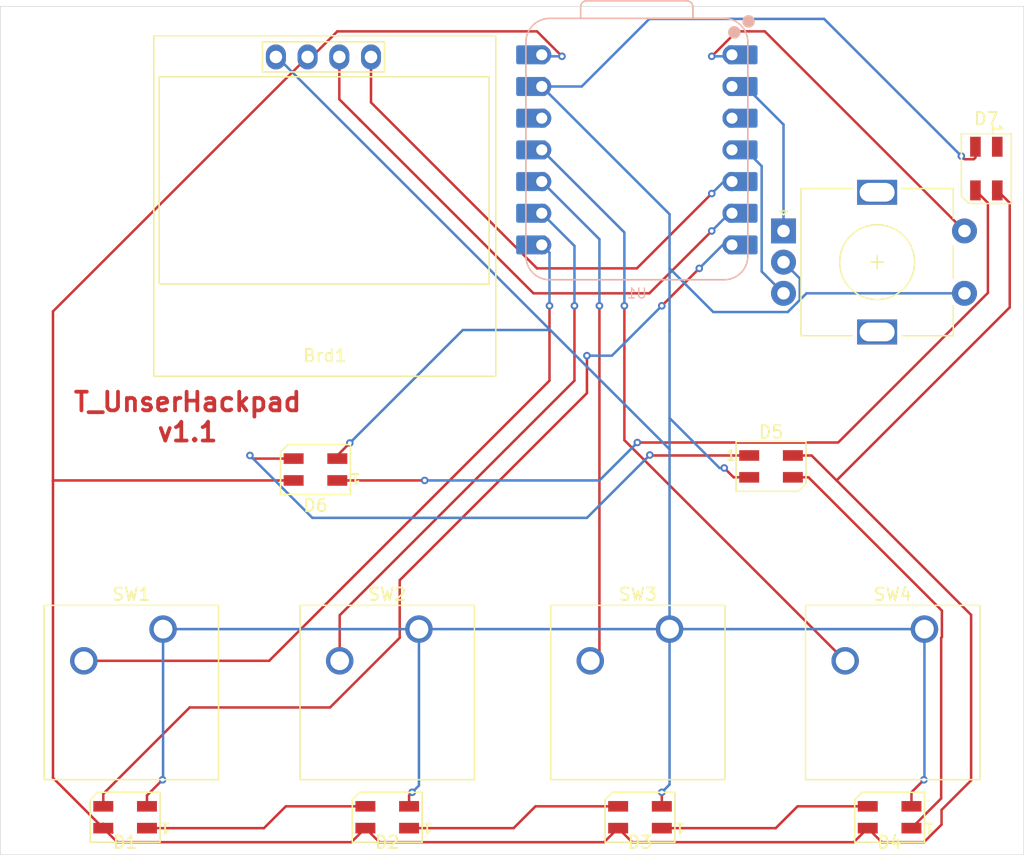
<source format=kicad_pcb>
(kicad_pcb (version 20240108) (generator "pcbnew") (generator_version "8.0")
  (layers (0 "F.Cu" signal) (31 "B.Cu" signal) (34 "B.Paste" user) (35 "F.Paste" user) (36 "B.SilkS" user "B.Silkscreen") (37 "F.SilkS" user "F.Silkscreen") (38 "B.Mask" user) (39 "F.Mask" user) (44 "Edge.Cuts" user))
  (net 0 "")
  (net 1 "+5V")
  (net 2 "GND")
  (net 3 "Net-(U1-GPIO1{slash}RX)")
  (net 4 "Net-(U1-GPIO2{slash}SCK)")
  (net 5 "Net-(U1-GPIO4{slash}MISO)")
  (net 6 "Net-(U1-GPIO3{slash}MOSI)")
  (net 7 "Net-(U1-GPIO26{slash}ADC0{slash}A0)")
  (net 9 "Net-(D1-DIN)")
  (net 10 "Net-(U1-GPIO27{slash}ADC1{slash}A1)")
  (net 11 "Net-(Brd1-SCL)")
  (net 12 "Net-(Brd1-SDA)")
  (net 13 "Net-(U1-GPIO29{slash}ADC3{slash}A3)")
  (net 15 "Net-(D1-DOUT)")
  (net 16 "Net-(D2-DOUT)")
  (net 17 "Net-(D3-DOUT)")
  (net 18 "Net-(D4-DOUT)")
  (net 19 "Net-(D5-DOUT)")
  (net 20 "Net-(D6-DOUT)")
  (footprint "0.96_OLED_Display:128x64OLED" (layer "F.Cu") (at 160.7 61.65)
    (property "Reference" "Brd1" (at 0.3 13.35 0) (layer "F.SilkS"))
    (property "Value" "SSD1306")
    (fp_line (start -13.4 -12.3) (end 14 -12.3) (stroke (width 0.12)) (layer "F.SilkS"))
    (fp_line (start -13.4 15) (end -13.4 -12.3) (stroke (width 0.12)) (layer "F.SilkS"))
    (fp_line (start -12.978 -9.005) (end 10.122 -9.005) (stroke (width 0.12)) (layer "F.SilkS"))
    (fp_line (start -12.978 7.595) (end -12.978 -9.005) (stroke (width 0.12)) (layer "F.SilkS"))
    (fp_line (start -4.699 -11.811) (end -4.699 -9.398) (stroke (width 0.12)) (layer "F.SilkS"))
    (fp_line (start -4.699 -11.811) (end 5.08 -11.811) (stroke (width 0.12)) (layer "F.SilkS"))
    (fp_line (start 5.08 -11.811) (end 5.08 -9.398) (stroke (width 0.12)) (layer "F.SilkS"))
    (fp_line (start 5.08 -9.398) (end -4.699 -9.398) (stroke (width 0.12)) (layer "F.SilkS"))
    (fp_line (start 10.122 -9.005) (end 13.208 -9.005) (stroke (width 0.12)) (layer "F.SilkS"))
    (fp_line (start 10.122 7.595) (end -12.978 7.595) (stroke (width 0.12)) (layer "F.SilkS"))
    (fp_line (start 10.122 7.595) (end 13.462 7.62) (stroke (width 0.12)) (layer "F.SilkS"))
    (fp_line (start 13.462 -9.017) (end 13.208 -9.005) (stroke (width 0.12)) (layer "F.SilkS"))
    (fp_line (start 13.462 7.62) (end 13.462 -9.017) (stroke (width 0.12)) (layer "F.SilkS"))
    (fp_line (start 14 -12.3) (end 14 15) (stroke (width 0.12)) (layer "F.SilkS"))
    (fp_line (start 14 15) (end -13.4 15) (stroke (width 0.12)) (layer "F.SilkS"))
    (pad "1" thru_hole oval (at -3.62 -10.6 90) (size 2 1.6) (drill 1) (layers "*.Cu" "*.Mask") (net 2 "GND"))
    (pad "2" thru_hole oval (at -1.08 -10.6 90) (size 2 1.6) (drill 1) (layers "*.Cu" "*.Mask") (net 1 "+5V"))
    (pad "3" thru_hole oval (at 1.46 -10.6 90) (size 2 1.6) (drill 1) (layers "*.Cu" "*.Mask") (net 11 "Net-(Brd1-SCL)"))
    (pad "4" thru_hole oval (at 4 -10.6 90) (size 2 1.6) (drill 1) (layers "*.Cu" "*.Mask") (net 12 "Net-(Brd1-SDA)"))
  )
  (footprint "MountingHole:MountingHole_2.1mm" (layer "F.Cu") (at 139 112)
    (property "Reference" "REF**" (hide yes))
    (property "Value" "2.1mm" (hide yes))
    (pad "" np_thru_hole circle (at 0 0) (size 2.1 2.1) (drill 2.1) (layers "*.Cu" "*.Mask"))
  )
  (footprint "LED_SMD:LED_SK6812MINI_PLCC4_3.5x3.5mm_P1.75mm" (layer "F.Cu") (at 166 112 180)
    (property "Reference" "D2" (at 0 -2 360) (layer "F.SilkS"))
    (property "Value" "SK6812MINI")
    (fp_line (start 2.8 1.4) (end 2.8 -2) (stroke (width 0.12)) (layer "F.SilkS"))
    (fp_line (start 2.8 1.4) (end 2.2 2) (stroke (width 0.12)) (layer "F.SilkS"))
    (fp_line (start -2.8 2) (end 2.2 2) (stroke (width 0.12)) (layer "F.SilkS"))
    (fp_line (start -2.8 -2) (end 2.8 -2) (stroke (width 0.12)) (layer "F.SilkS"))
    (fp_line (start -2.8 -2) (end -2.8 2) (stroke (width 0.12)) (layer "F.SilkS"))
    (fp_text user "1" (at -3.2 -0.875 180) (layer "F.SilkS") (effects (font (size 0.8 0.8))))
    (pad "1" smd rect (at -1.75 -0.875 180) (size 1.6 0.85) (layers "F.Cu" "F.Paste" "F.Mask") (net 16 "Net-(D2-DOUT)"))
    (pad "2" smd rect (at -1.75 0.875 180) (size 1.6 0.85) (layers "F.Cu" "F.Paste" "F.Mask") (net 2 "GND"))
    (pad "3" smd rect (at 1.75 0.875 180) (size 1.6 0.85) (layers "F.Cu" "F.Paste" "F.Mask") (net 15 "Net-(D1-DOUT)"))
    (pad "4" smd rect (at 1.75 -0.875 180) (size 1.6 0.85) (layers "F.Cu" "F.Paste" "F.Mask") (net 1 "+5V"))
  )
  (footprint "LED_SMD:LED_SK6812MINI_PLCC4_3.5x3.5mm_P1.75mm" (layer "F.Cu") (at 145 112 180)
    (property "Reference" "D1" (at 0 -2 360) (layer "F.SilkS"))
    (property "Value" "SK6812MINI")
    (fp_line (start 2.8 1.4) (end 2.8 -2) (stroke (width 0.12)) (layer "F.SilkS"))
    (fp_line (start 2.8 1.4) (end 2.2 2) (stroke (width 0.12)) (layer "F.SilkS"))
    (fp_line (start -2.8 2) (end 2.2 2) (stroke (width 0.12)) (layer "F.SilkS"))
    (fp_line (start -2.8 -2) (end 2.8 -2) (stroke (width 0.12)) (layer "F.SilkS"))
    (fp_line (start -2.8 -2) (end -2.8 2) (stroke (width 0.12)) (layer "F.SilkS"))
    (fp_text user "1" (at -3.2 -0.875 180) (layer "F.SilkS") (effects (font (size 0.8 0.8))))
    (pad "1" smd rect (at -1.75 -0.875 180) (size 1.6 0.85) (layers "F.Cu" "F.Paste" "F.Mask") (net 15 "Net-(D1-DOUT)"))
    (pad "2" smd rect (at -1.75 0.875 180) (size 1.6 0.85) (layers "F.Cu" "F.Paste" "F.Mask") (net 2 "GND"))
    (pad "3" smd rect (at 1.75 0.875 180) (size 1.6 0.85) (layers "F.Cu" "F.Paste" "F.Mask") (net 9 "Net-(D1-DIN)"))
    (pad "4" smd rect (at 1.75 -0.875 180) (size 1.6 0.85) (layers "F.Cu" "F.Paste" "F.Mask") (net 1 "+5V"))
  )
  (footprint "LED_SMD:LED_SK6812MINI_PLCC4_3.5x3.5mm_P1.75mm" (layer "F.Cu") (at 214 60 -90)
    (property "Reference" "D7" (at -4 0 180) (layer "F.SilkS"))
    (property "Value" "SK6812MINI")
    (fp_line (start -2.8 2) (end 2.2 2) (stroke (width 0.12)) (layer "F.SilkS"))
    (fp_line (start 2.8 1.4) (end 2.2 2) (stroke (width 0.12)) (layer "F.SilkS"))
    (fp_line (start 2.8 1.4) (end 2.8 -2) (stroke (width 0.12)) (layer "F.SilkS"))
    (fp_line (start -2.8 -2) (end -2.8 2) (stroke (width 0.12)) (layer "F.SilkS"))
    (fp_line (start -2.8 -2) (end 2.8 -2) (stroke (width 0.12)) (layer "F.SilkS"))
    (fp_text user "1" (at -3.2 -0.875 -90) (layer "F.SilkS") (effects (font (size 0.8 0.8))))
    (pad "1" smd rect (at -1.75 -0.875 270) (size 1.6 0.85) (layers "F.Cu" "F.Paste" "F.Mask"))
    (pad "2" smd rect (at -1.75 0.875 270) (size 1.6 0.85) (layers "F.Cu" "F.Paste" "F.Mask") (net 2 "GND"))
    (pad "3" smd rect (at 1.75 0.875 270) (size 1.6 0.85) (layers "F.Cu" "F.Paste" "F.Mask") (net 20 "Net-(D6-DOUT)"))
    (pad "4" smd rect (at 1.75 -0.875 270) (size 1.6 0.85) (layers "F.Cu" "F.Paste" "F.Mask") (net 1 "+5V"))
  )
  (footprint "Button_Switch_Keyboard:SW_Cherry_MX_1.00u_PCB" (layer "F.Cu") (at 168.54 96.92)
    (property "Reference" "SW2" (at -2.54 -2.794 0) (layer "F.SilkS"))
    (property "Value" "SW_Push" (hide yes))
    (fp_line (start -9.525 -1.905) (end 4.445 -1.905) (stroke (width 0.12)) (layer "F.SilkS"))
    (fp_line (start -9.525 12.065) (end -9.525 -1.905) (stroke (width 0.12)) (layer "F.SilkS"))
    (fp_line (start 4.445 -1.905) (end 4.445 12.065) (stroke (width 0.12)) (layer "F.SilkS"))
    (fp_line (start 4.445 12.065) (end -9.525 12.065) (stroke (width 0.12)) (layer "F.SilkS"))
    (pad "" np_thru_hole circle (at -7.62 5.08) (size 1.7 1.7) (drill 1.7) (layers "*.Cu" "*.Mask"))
    (pad "" np_thru_hole circle (at -2.54 5.08) (size 4 4) (drill 4) (layers "*.Cu" "*.Mask"))
    (pad "" np_thru_hole circle (at 2.54 5.08) (size 1.7 1.7) (drill 1.7) (layers "*.Cu" "*.Mask"))
    (pad "1" thru_hole circle (at 0 0) (size 2.2 2.2) (drill 1.5) (layers "*.Cu" "*.Mask") (net 2 "GND"))
    (pad "2" thru_hole circle (at -6.35 2.54) (size 2.2 2.2) (drill 1.5) (layers "*.Cu" "*.Mask") (net 4 "Net-(U1-GPIO2{slash}SCK)"))
  )
  (footprint "Button_Switch_Keyboard:SW_Cherry_MX_1.00u_PCB" (layer "F.Cu") (at 209.04 96.92)
    (property "Reference" "SW4" (at -2.54 -2.794 0) (layer "F.SilkS"))
    (property "Value" "SW_Push")
    (fp_line (start -9.525 -1.905) (end 4.445 -1.905) (stroke (width 0.12)) (layer "F.SilkS"))
    (fp_line (start -9.525 12.065) (end -9.525 -1.905) (stroke (width 0.12)) (layer "F.SilkS"))
    (fp_line (start 4.445 -1.905) (end 4.445 12.065) (stroke (width 0.12)) (layer "F.SilkS"))
    (fp_line (start 4.445 12.065) (end -9.525 12.065) (stroke (width 0.12)) (layer "F.SilkS"))
    (pad "" np_thru_hole circle (at -7.62 5.08) (size 1.7 1.7) (drill 1.7) (layers "*.Cu" "*.Mask"))
    (pad "" np_thru_hole circle (at -2.54 5.08) (size 4 4) (drill 4) (layers "*.Cu" "*.Mask"))
    (pad "" np_thru_hole circle (at 2.54 5.08) (size 1.7 1.7) (drill 1.7) (layers "*.Cu" "*.Mask"))
    (pad "1" thru_hole circle (at 0 0) (size 2.2 2.2) (drill 1.5) (layers "*.Cu" "*.Mask") (net 2 "GND"))
    (pad "2" thru_hole circle (at -6.35 2.54) (size 2.2 2.2) (drill 1.5) (layers "*.Cu" "*.Mask") (net 6 "Net-(U1-GPIO3{slash}MOSI)"))
  )
  (footprint "LED_SMD:LED_SK6812MINI_PLCC4_3.5x3.5mm_P1.75mm" (layer "F.Cu") (at 196.75 83.875)
    (property "Reference" "D5" (at 0 -2.75 0) (layer "F.SilkS"))
    (property "Value" "SK6812MINI")
    (fp_line (start -2.8 -2) (end -2.8 2) (stroke (width 0.12)) (layer "F.SilkS"))
    (fp_line (start -2.8 -2) (end 2.8 -2) (stroke (width 0.12)) (layer "F.SilkS"))
    (fp_line (start -2.8 2) (end 2.2 2) (stroke (width 0.12)) (layer "F.SilkS"))
    (fp_line (start 2.8 1.4) (end 2.2 2) (stroke (width 0.12)) (layer "F.SilkS"))
    (fp_line (start 2.8 1.4) (end 2.8 -2) (stroke (width 0.12)) (layer "F.SilkS"))
    (fp_text user "1" (at -3.2 -0.875 0) (layer "F.SilkS") (effects (font (size 0.8 0.8))))
    (pad "1" smd rect (at -1.75 -0.875) (size 1.6 0.85) (layers "F.Cu" "F.Paste" "F.Mask") (net 19 "Net-(D5-DOUT)"))
    (pad "2" smd rect (at -1.75 0.875) (size 1.6 0.85) (layers "F.Cu" "F.Paste" "F.Mask") (net 2 "GND"))
    (pad "3" smd rect (at 1.75 0.875) (size 1.6 0.85) (layers "F.Cu" "F.Paste" "F.Mask") (net 18 "Net-(D4-DOUT)"))
    (pad "4" smd rect (at 1.75 -0.875) (size 1.6 0.85) (layers "F.Cu" "F.Paste" "F.Mask") (net 1 "+5V"))
  )
  (footprint "MountingHole:MountingHole_2.1mm" (layer "F.Cu") (at 213 51)
    (property "Reference" "REF**" (hide yes))
    (property "Value" "2.1mm")
    (pad "" np_thru_hole circle (at 0 0) (size 2.1 2.1) (drill 2.1) (layers "*.Cu" "*.Mask"))
  )
  (footprint "LED_SMD:LED_SK6812MINI_PLCC4_3.5x3.5mm_P1.75mm" (layer "F.Cu") (at 206.25 112 180)
    (property "Reference" "D4" (at 0 -2 360) (layer "F.SilkS"))
    (property "Value" "SK6812MINI")
    (fp_line (start 2.8 1.4) (end 2.8 -2) (stroke (width 0.12)) (layer "F.SilkS"))
    (fp_line (start 2.8 1.4) (end 2.2 2) (stroke (width 0.12)) (layer "F.SilkS"))
    (fp_line (start -2.8 2) (end 2.2 2) (stroke (width 0.12)) (layer "F.SilkS"))
    (fp_line (start -2.8 -2) (end 2.8 -2) (stroke (width 0.12)) (layer "F.SilkS"))
    (fp_line (start -2.8 -2) (end -2.8 2) (stroke (width 0.12)) (layer "F.SilkS"))
    (fp_text user "1" (at -3.2 -0.875 180) (layer "F.SilkS") (effects (font (size 0.8 0.8))))
    (pad "1" smd rect (at -1.75 -0.875 180) (size 1.6 0.85) (layers "F.Cu" "F.Paste" "F.Mask") (net 18 "Net-(D4-DOUT)"))
    (pad "2" smd rect (at -1.75 0.875 180) (size 1.6 0.85) (layers "F.Cu" "F.Paste" "F.Mask") (net 2 "GND"))
    (pad "3" smd rect (at 1.75 0.875 180) (size 1.6 0.85) (layers "F.Cu" "F.Paste" "F.Mask") (net 17 "Net-(D3-DOUT)"))
    (pad "4" smd rect (at 1.75 -0.875 180) (size 1.6 0.85) (layers "F.Cu" "F.Paste" "F.Mask") (net 1 "+5V"))
  )
  (footprint "Button_Switch_Keyboard:SW_Cherry_MX_1.00u_PCB" (layer "F.Cu") (at 188.62 96.92)
    (property "Reference" "SW3" (at -2.54 -2.794 0) (layer "F.SilkS"))
    (property "Value" "SW_Push")
    (fp_line (start -9.525 -1.905) (end 4.445 -1.905) (stroke (width 0.12)) (layer "F.SilkS"))
    (fp_line (start -9.525 12.065) (end -9.525 -1.905) (stroke (width 0.12)) (layer "F.SilkS"))
    (fp_line (start 4.445 -1.905) (end 4.445 12.065) (stroke (width 0.12)) (layer "F.SilkS"))
    (fp_line (start 4.445 12.065) (end -9.525 12.065) (stroke (width 0.12)) (layer "F.SilkS"))
    (pad "" np_thru_hole circle (at -7.62 5.08) (size 1.7 1.7) (drill 1.7) (layers "*.Cu" "*.Mask"))
    (pad "" np_thru_hole circle (at -2.54 5.08) (size 4 4) (drill 4) (layers "*.Cu" "*.Mask"))
    (pad "" np_thru_hole circle (at 2.54 5.08) (size 1.7 1.7) (drill 1.7) (layers "*.Cu" "*.Mask"))
    (pad "1" thru_hole circle (at 0 0) (size 2.2 2.2) (drill 1.5) (layers "*.Cu" "*.Mask") (net 2 "GND"))
    (pad "2" thru_hole circle (at -6.35 2.54) (size 2.2 2.2) (drill 1.5) (layers "*.Cu" "*.Mask") (net 5 "Net-(U1-GPIO4{slash}MISO)"))
  )
  (footprint "Rotary_Encoder:RotaryEncoder_Alps_EC11E-Switch_Vertical_H20mm" (layer "F.Cu") (at 197.75 65)
    (property "Reference" "SW5" (hide yes))
    (property "Value" "RotaryEncoder_Switch")
    (fp_line (start -0.3 -1.6) (end 0.3 -1.6) (stroke (width 0.12)) (layer "F.SilkS"))
    (fp_line (start 0 -1.3) (end -0.3 -1.6) (stroke (width 0.12)) (layer "F.SilkS"))
    (fp_line (start 0.3 -1.6) (end 0 -1.3) (stroke (width 0.12)) (layer "F.SilkS"))
    (fp_line (start 1.4 -3.4) (end 1.4 8.4) (stroke (width 0.12)) (layer "F.SilkS"))
    (fp_line (start 5.5 -3.4) (end 1.4 -3.4) (stroke (width 0.12)) (layer "F.SilkS"))
    (fp_line (start 5.5 8.4) (end 1.4 8.4) (stroke (width 0.12)) (layer "F.SilkS"))
    (fp_line (start 7 2.5) (end 8 2.5) (stroke (width 0.12)) (layer "F.SilkS"))
    (fp_line (start 7.5 2) (end 7.5 3) (stroke (width 0.12)) (layer "F.SilkS"))
    (fp_line (start 9.5 -3.4) (end 13.6 -3.4) (stroke (width 0.12)) (layer "F.SilkS"))
    (fp_line (start 13.6 -3.4) (end 13.6 -1) (stroke (width 0.12)) (layer "F.SilkS"))
    (fp_line (start 13.6 1.2) (end 13.6 3.8) (stroke (width 0.12)) (layer "F.SilkS"))
    (fp_line (start 13.6 6) (end 13.6 8.4) (stroke (width 0.12)) (layer "F.SilkS"))
    (fp_line (start 13.6 8.4) (end 9.5 8.4) (stroke (width 0.12)) (layer "F.SilkS"))
    (fp_circle (center 7.5 2.5) (end 10.5 2.5) (stroke (width 0.12)) (fill none) (layer "F.SilkS"))
    (pad "A" thru_hole rect (at 0 0) (size 2 2) (drill 1) (layers "*.Cu" "*.Mask") (net 10 "Net-(U1-GPIO27{slash}ADC1{slash}A1)"))
    (pad "B" thru_hole circle (at 0 5) (size 2 2) (drill 1) (layers "*.Cu" "*.Mask") (net 13 "Net-(U1-GPIO29{slash}ADC3{slash}A3)"))
    (pad "C" thru_hole circle (at 0 2.5) (size 2 2) (drill 1) (layers "*.Cu" "*.Mask") (net 2 "GND"))
    (pad "MP" thru_hole rect (at 7.5 -3.1) (size 3.2 2) (drill oval 2.8 1.5) (layers "*.Cu" "*.Mask"))
    (pad "MP" thru_hole rect (at 7.5 8.1) (size 3.2 2) (drill oval 2.8 1.5) (layers "*.Cu" "*.Mask"))
    (pad "S1" thru_hole circle (at 14.5 5) (size 2 2) (drill 1) (layers "*.Cu" "*.Mask") (net 2 "GND"))
    (pad "S2" thru_hole circle (at 14.5 0) (size 2 2) (drill 1) (layers "*.Cu" "*.Mask") (net 7 "Net-(U1-GPIO26{slash}ADC0{slash}A0)"))
  )
  (footprint "MountingHole:MountingHole_2.1mm" (layer "F.Cu") (at 139 51)
    (property "Reference" "REF**" (hide yes))
    (property "Value" "2.1mm")
    (pad "" np_thru_hole circle (at 0 0) (size 2.1 2.1) (drill 2.1) (layers "*.Cu" "*.Mask"))
  )
  (footprint "MountingHole:MountingHole_2.1mm" (layer "F.Cu") (at 213 112)
    (property "Reference" "REF**" (hide yes))
    (property "Value" "2.1mm" (hide yes))
    (pad "" np_thru_hole circle (at 0 0) (size 2.1 2.1) (drill 2.1) (layers "*.Cu" "*.Mask"))
  )
  (footprint "LED_SMD:LED_SK6812MINI_PLCC4_3.5x3.5mm_P1.75mm" (layer "F.Cu") (at 160.25 84.125 180)
    (property "Reference" "D6" (at 0 -2.875 360) (layer "F.SilkS"))
    (property "Value" "SK6812MINI")
    (fp_line (start 2.8 1.4) (end 2.8 -2) (stroke (width 0.12)) (layer "F.SilkS"))
    (fp_line (start 2.8 1.4) (end 2.2 2) (stroke (width 0.12)) (layer "F.SilkS"))
    (fp_line (start -2.8 2) (end 2.2 2) (stroke (width 0.12)) (layer "F.SilkS"))
    (fp_line (start -2.8 -2) (end 2.8 -2) (stroke (width 0.12)) (layer "F.SilkS"))
    (fp_line (start -2.8 -2) (end -2.8 2) (stroke (width 0.12)) (layer "F.SilkS"))
    (fp_text user "1" (at -3.2 -0.725 180) (layer "F.SilkS") (effects (font (size 0.8 0.8))))
    (pad "1" smd rect (at -1.75 -0.875 180) (size 1.6 0.85) (layers "F.Cu" "F.Paste" "F.Mask") (net 20 "Net-(D6-DOUT)"))
    (pad "2" smd rect (at -1.75 0.875 180) (size 1.6 0.85) (layers "F.Cu" "F.Paste" "F.Mask") (net 2 "GND"))
    (pad "3" smd rect (at 1.75 0.875 180) (size 1.6 0.85) (layers "F.Cu" "F.Paste" "F.Mask") (net 19 "Net-(D5-DOUT)"))
    (pad "4" smd rect (at 1.75 -0.875 180) (size 1.6 0.85) (layers "F.Cu" "F.Paste" "F.Mask") (net 1 "+5V"))
  )
  (footprint "LED_SMD:LED_SK6812MINI_PLCC4_3.5x3.5mm_P1.75mm" (layer "F.Cu") (at 186.25 112 180)
    (property "Reference" "D3" (at 0 -2 360) (layer "F.SilkS"))
    (property "Value" "SK6812MINI")
    (fp_line (start 2.8 1.4) (end 2.8 -2) (stroke (width 0.12)) (layer "F.SilkS"))
    (fp_line (start 2.8 1.4) (end 2.2 2) (stroke (width 0.12)) (layer "F.SilkS"))
    (fp_line (start -2.8 2) (end 2.2 2) (stroke (width 0.12)) (layer "F.SilkS"))
    (fp_line (start -2.8 -2) (end 2.8 -2) (stroke (width 0.12)) (layer "F.SilkS"))
    (fp_line (start -2.8 -2) (end -2.8 2) (stroke (width 0.12)) (layer "F.SilkS"))
    (fp_text user "1" (at -3.2 -0.875 180) (layer "F.SilkS") (effects (font (size 0.8 0.8))))
    (pad "1" smd rect (at -1.75 -0.875 180) (size 1.6 0.85) (layers "F.Cu" "F.Paste" "F.Mask") (net 17 "Net-(D3-DOUT)"))
    (pad "2" smd rect (at -1.75 0.875 180) (size 1.6 0.85) (layers "F.Cu" "F.Paste" "F.Mask") (net 2 "GND"))
    (pad "3" smd rect (at 1.75 0.875 180) (size 1.6 0.85) (layers "F.Cu" "F.Paste" "F.Mask") (net 16 "Net-(D2-DOUT)"))
    (pad "4" smd rect (at 1.75 -0.875 180) (size 1.6 0.85) (layers "F.Cu" "F.Paste" "F.Mask") (net 1 "+5V"))
  )
  (footprint "Button_Switch_Keyboard:SW_Cherry_MX_1.00u_PCB" (layer "F.Cu") (at 148.04 96.92)
    (property "Reference" "SW1" (at -2.54 -2.794 0) (layer "F.SilkS"))
    (property "Value" "SW_Push")
    (fp_line (start -9.525 -1.905) (end 4.445 -1.905) (stroke (width 0.12)) (layer "F.SilkS"))
    (fp_line (start -9.525 12.065) (end -9.525 -1.905) (stroke (width 0.12)) (layer "F.SilkS"))
    (fp_line (start 4.445 -1.905) (end 4.445 12.065) (stroke (width 0.12)) (layer "F.SilkS"))
    (fp_line (start 4.445 12.065) (end -9.525 12.065) (stroke (width 0.12)) (layer "F.SilkS"))
    (pad "" np_thru_hole circle (at -7.62 5.08) (size 1.7 1.7) (drill 1.7) (layers "*.Cu" "*.Mask"))
    (pad "" np_thru_hole circle (at -2.54 5.08) (size 4 4) (drill 4) (layers "*.Cu" "*.Mask"))
    (pad "" np_thru_hole circle (at 2.54 5.08) (size 1.7 1.7) (drill 1.7) (layers "*.Cu" "*.Mask"))
    (pad "1" thru_hole circle (at 0 0) (size 2.2 2.2) (drill 1.5) (layers "*.Cu" "*.Mask") (net 2 "GND"))
    (pad "2" thru_hole circle (at -6.35 2.54) (size 2.2 2.2) (drill 1.5) (layers "*.Cu" "*.Mask") (net 3 "Net-(U1-GPIO1{slash}RX)"))
  )
  (footprint "OPL:XIAO-RP2040-DIP" (layer "B.Cu") (at 186 58.5 180)
    (property "Reference" "U1" (at 0 -11.5 0) (layer "B.SilkS") (effects (font (size 0.8 0.8) (thickness 0.1016)) (justify mirror)))
    (property "Value" "XIAO-RP2040-DIP")
    (fp_line (start 8.89 8.636) (end 8.89 -8.509) (stroke (width 0.127)) (layer "B.SilkS"))
    (fp_line (start 6.985 -10.414) (end -6.985 -10.414) (stroke (width 0.127)) (layer "B.SilkS"))
    (fp_line (start 4.504 10.541) (end 4.504 11.451) (stroke (width 0.127)) (layer "B.SilkS"))
    (fp_line (start 4.004 11.951) (end -3.991272 11.951) (stroke (width 0.127)) (layer "B.SilkS"))
    (fp_line (start -4.491272 11.451272) (end -4.495 10.541) (stroke (width 0.127)) (layer "B.SilkS"))
    (fp_line (start -6.985 10.541) (end 6.985 10.541) (stroke (width 0.1)) (layer "B.SilkS"))
    (fp_line (start -6.985 10.541) (end 6.985 10.541) (stroke (width 0.127)) (layer "B.SilkS"))
    (fp_line (start -8.89 8.636) (end -8.89 -8.509) (stroke (width 0.127)) (layer "B.SilkS"))
    (fp_arc (start 8.89 8.636) (mid 8.332038 9.983038) (end 6.985 10.541) (stroke (width 0.127)) (layer "B.SilkS"))
    (fp_arc (start 6.985 -10.414) (mid 8.332038 -9.856038) (end 8.89 -8.509) (stroke (width 0.127)) (layer "B.SilkS"))
    (fp_arc (start 4.504 11.451) (mid 4.357553 11.804553) (end 4.004 11.951) (stroke (width 0.127)) (layer "B.SilkS"))
    (fp_arc (start -3.991272 11.951) (mid -4.344724 11.804644) (end -4.491272 11.451272) (stroke (width 0.127)) (layer "B.SilkS"))
    (fp_arc (start -6.985 10.541) (mid -8.332038 9.983038) (end -8.89 8.636) (stroke (width 0.127)) (layer "B.SilkS"))
    (fp_arc (start -8.89 -8.509) (mid -8.332038 -9.856038) (end -6.985 -10.414) (stroke (width 0.127)) (layer "B.SilkS"))
    (fp_circle (center -7.807 9.42) (end -7.807 9.674) (stroke (width 0.5)) (fill solid) (layer "B.SilkS"))
    (fp_circle (center -8.95 10.3) (end -8.95 10.554) (stroke (width 0.5)) (fill solid) (layer "B.SilkS"))
    (pad "1" smd roundrect (at -8.455 7.62) (size 2.432 1.524) (layers "B.Cu" "B.Mask") (roundrect_rratio 0.1) (net 7 "Net-(U1-GPIO26{slash}ADC0{slash}A0)"))
    (pad "1" thru_hole circle (at -7.62 7.62) (size 1.524 1.524) (drill 0.889) (layers "*.Cu" "*.Mask") (net 7 "Net-(U1-GPIO26{slash}ADC0{slash}A0)"))
    (pad "2" smd roundrect (at -8.455 5.08) (size 2.432 1.524) (layers "B.Cu" "B.Mask") (roundrect_rratio 0.1) (net 10 "Net-(U1-GPIO27{slash}ADC1{slash}A1)"))
    (pad "2" thru_hole circle (at -7.62 5.08) (size 1.524 1.524) (drill 0.889) (layers "*.Cu" "*.Mask") (net 10 "Net-(U1-GPIO27{slash}ADC1{slash}A1)"))
    (pad "3" smd roundrect (at -8.455 2.54) (size 2.432 1.524) (layers "B.Cu" "B.Mask") (roundrect_rratio 0.1))
    (pad "3" thru_hole circle (at -7.62 2.54) (size 1.524 1.524) (drill 0.889) (layers "*.Cu" "*.Mask"))
    (pad "4" smd roundrect (at -8.455 0) (size 2.432 1.524) (layers "B.Cu" "B.Mask") (roundrect_rratio 0.1) (net 13 "Net-(U1-GPIO29{slash}ADC3{slash}A3)"))
    (pad "4" thru_hole circle (at -7.62 0) (size 1.524 1.524) (drill 0.889) (layers "*.Cu" "*.Mask") (net 13 "Net-(U1-GPIO29{slash}ADC3{slash}A3)"))
    (pad "5" smd roundrect (at -8.455 -2.54) (size 2.432 1.524) (layers "B.Cu" "B.Mask") (roundrect_rratio 0.1) (net 12 "Net-(Brd1-SDA)"))
    (pad "5" thru_hole circle (at -7.62 -2.54) (size 1.524 1.524) (drill 0.889) (layers "*.Cu" "*.Mask") (net 12 "Net-(Brd1-SDA)"))
    (pad "6" smd roundrect (at -8.455 -5.08) (size 2.432 1.524) (layers "B.Cu" "B.Mask") (roundrect_rratio 0.1) (net 11 "Net-(Brd1-SCL)"))
    (pad "6" thru_hole circle (at -7.62 -5.08) (size 1.524 1.524) (drill 0.889) (layers "*.Cu" "*.Mask") (net 11 "Net-(Brd1-SCL)"))
    (pad "7" smd roundrect (at -8.455 -7.62) (size 2.432 1.524) (layers "B.Cu" "B.Mask") (roundrect_rratio 0.1) (net 9 "Net-(D1-DIN)"))
    (pad "7" thru_hole circle (at -7.62 -7.62) (size 1.524 1.524) (drill 0.889) (layers "*.Cu" "*.Mask") (net 9 "Net-(D1-DIN)"))
    (pad "8" thru_hole circle (at 7.62 -7.62 180) (size 1.524 1.524) (drill 0.889) (layers "*.Cu" "*.Mask") (net 3 "Net-(U1-GPIO1{slash}RX)"))
    (pad "8" smd roundrect (at 8.455 -7.62 180) (size 2.432 1.524) (layers "B.Cu" "B.Mask") (roundrect_rratio 0.1) (net 3 "Net-(U1-GPIO1{slash}RX)"))
    (pad "9" thru_hole circle (at 7.62 -5.08 180) (size 1.524 1.524) (drill 0.889) (layers "*.Cu" "*.Mask") (net 4 "Net-(U1-GPIO2{slash}SCK)"))
    (pad "9" smd roundrect (at 8.455 -5.08 180) (size 2.432 1.524) (layers "B.Cu" "B.Mask") (roundrect_rratio 0.1) (net 4 "Net-(U1-GPIO2{slash}SCK)"))
    (pad "10" thru_hole circle (at 7.62 -2.54 180) (size 1.524 1.524) (drill 0.889) (layers "*.Cu" "*.Mask") (net 5 "Net-(U1-GPIO4{slash}MISO)"))
    (pad "10" smd roundrect (at 8.455 -2.54 180) (size 2.432 1.524) (layers "B.Cu" "B.Mask") (roundrect_rratio 0.1) (net 5 "Net-(U1-GPIO4{slash}MISO)"))
    (pad "11" thru_hole circle (at 7.62 0 180) (size 1.524 1.524) (drill 0.889) (layers "*.Cu" "*.Mask") (net 6 "Net-(U1-GPIO3{slash}MOSI)"))
    (pad "11" smd roundrect (at 8.455 0 180) (size 2.432 1.524) (layers "B.Cu" "B.Mask") (roundrect_rratio 0.1) (net 6 "Net-(U1-GPIO3{slash}MOSI)"))
    (pad "12" thru_hole circle (at 7.62 2.54 180) (size 1.524 1.524) (drill 0.889) (layers "*.Cu" "*.Mask"))
    (pad "12" smd roundrect (at 8.455 2.54 180) (size 2.432 1.524) (layers "B.Cu" "B.Mask") (roundrect_rratio 0.1))
    (pad "13" thru_hole circle (at 7.62 5.08 180) (size 1.524 1.524) (drill 0.889) (layers "*.Cu" "*.Mask") (net 2 "GND"))
    (pad "13" smd roundrect (at 8.455 5.08 180) (size 2.432 1.524) (layers "B.Cu" "B.Mask") (roundrect_rratio 0.1) (net 2 "GND"))
    (pad "14" thru_hole circle (at 7.62 7.62 180) (size 1.524 1.524) (drill 0.889) (layers "*.Cu" "*.Mask") (net 1 "+5V"))
    (pad "14" smd roundrect (at 8.455 7.62 180) (size 2.432 1.524) (layers "B.Cu" "B.Mask") (roundrect_rratio 0.1) (net 1 "+5V"))
  )
  (gr_line (start 135 115) (end 135 47) (stroke (width 0.05)) (layer "Edge.Cuts"))
  (gr_line (start 217 47) (end 217 115) (stroke (width 0.05)) (layer "Edge.Cuts"))
  (gr_line (start 135 47) (end 217 47) (stroke (width 0.05)) (layer "Edge.Cuts"))
  (gr_line (start 217 115) (end 135 115) (stroke (width 0.05)) (layer "Edge.Cuts"))
  (gr_text "T_UnserHackpad\nv1.1\n" (at 150 82 0) (layer "F.Cu") (effects (font (size 1.5 1.5) (thickness 0.3) (bold yes)) (justify bottom)))
  (segment (start 215.875 62.75) (end 214.875 61.75) (width 0.2) (layer "F.Cu") (net 1))
  (segment (start 139.22 108.845) (end 143.25 112.875) (width 0.2) (layer "F.Cu") (net 1))
  (segment (start 204.5 112.875) (end 205.625 114) (width 0.2) (layer "F.Cu") (net 1))
  (segment (start 159.95 51.05) (end 162 49) (width 0.2) (layer "F.Cu") (net 1))
  (segment (start 210.4125 112.5875) (end 210.4125 111.4125) (width 0.2) (layer "F.Cu") (net 1))
  (segment (start 143.25 112.5125) (end 143.975 113.2375) (width 0.2) (layer "F.Cu") (net 1))
  (segment (start 203.375 114) (end 204.5 112.875) (width 0.2) (layer "F.Cu") (net 1))
  (segment (start 200 83) (end 198.5 83) (width 0.2) (layer "F.Cu") (net 1))
  (segment (start 144.375 114) (end 163.125 114) (width 0.2) (layer "F.Cu") (net 1))
  (segment (start 210.4125 111.4125) (end 212.78 109.045) (width 0.2) (layer "F.Cu") (net 1))
  (segment (start 158.5 85) (end 139.22 85) (width 0.2) (layer "F.Cu") (net 1))
  (segment (start 183.375 114) (end 165.375 114) (width 0.2) (layer "F.Cu") (net 1))
  (segment (start 202 85) (end 215.875 71.125) (width 0.2) (layer "F.Cu") (net 1))
  (segment (start 162 49) (end 178 49) (width 0.2) (layer "F.Cu") (net 1))
  (segment (start 215.875 71.125) (end 215.875 62.75) (width 0.2) (layer "F.Cu") (net 1))
  (segment (start 185.625 114) (end 203.375 114) (width 0.2) (layer "F.Cu") (net 1))
  (segment (start 178 49) (end 180 51) (width 0.2) (layer "F.Cu") (net 1))
  (segment (start 202 85) (end 200 83) (width 0.2) (layer "F.Cu") (net 1))
  (segment (start 209 114) (end 210.4125 112.5875) (width 0.2) (layer "F.Cu") (net 1))
  (segment (start 212.78 95.78) (end 202 85) (width 0.2) (layer "F.Cu") (net 1))
  (segment (start 165.375 114) (end 164.25 112.875) (width 0.2) (layer "F.Cu") (net 1))
  (segment (start 184.5 112.875) (end 185.625 114) (width 0.2) (layer "F.Cu") (net 1))
  (segment (start 139.22 85) (end 139.22 71.45) (width 0.2) (layer "F.Cu") (net 1))
  (segment (start 205.625 114) (end 209 114) (width 0.2) (layer "F.Cu") (net 1))
  (segment (start 143.25 112.875) (end 144.375 114) (width 0.2) (layer "F.Cu") (net 1))
  (segment (start 139.22 71.45) (end 159.62 51.05) (width 0.2) (layer "F.Cu") (net 1))
  (segment (start 159.62 51.05) (end 159.95 51.05) (width 0.2) (layer "F.Cu") (net 1))
  (segment (start 139.22 85) (end 139.22 108.845) (width 0.2) (layer "F.Cu") (net 1))
  (segment (start 184.5 112.875) (end 183.375 114) (width 0.2) (layer "F.Cu") (net 1))
  (segment (start 163.125 114) (end 164.25 112.875) (width 0.2) (layer "F.Cu") (net 1))
  (segment (start 212.78 109.045) (end 212.78 95.78) (width 0.2) (layer "F.Cu") (net 1))
  (via (at 180 51) (size 0.6) (drill 0.3) (layers "F.Cu" "B.Cu") (net 1))
  (segment (start 178.5 51) (end 178.38 50.88) (width 0.2) (layer "B.Cu") (net 1))
  (segment (start 180 51) (end 178.5 51) (width 0.2) (layer "B.Cu") (net 1))
  (segment (start 148 109) (end 146.75 110.25) (width 0.2) (layer "F.Cu") (net 2))
  (segment (start 213 59.25) (end 212.25 59.25) (width 0.2) (layer "F.Cu") (net 2))
  (segment (start 193.75 84.75) (end 193 84) (width 0.2) (layer "F.Cu") (net 2))
  (segment (start 195 84.75) (end 193.75 84.75) (width 0.2) (layer "F.Cu") (net 2))
  (segment (start 188 111.125) (end 188 110) (width 0.2) (layer "F.Cu") (net 2))
  (segment (start 167.75 111.125) (end 167.75 110.25) (width 0.2) (layer "F.Cu") (net 2))
  (segment (start 208 111.125) (end 208 110) (width 0.2) (layer "F.Cu") (net 2))
  (segment (start 167.75 110.25) (end 168 110) (width 0.2) (layer "F.Cu") (net 2))
  (segment (start 208 110) (end 209 109) (width 0.2) (layer "F.Cu") (net 2))
  (segment (start 213.125 58.25) (end 213.125 59.125) (width 0.2) (layer "F.Cu") (net 2))
  (segment (start 162 83.25) (end 162 83) (width 0.2) (layer "F.Cu") (net 2))
  (segment (start 146.75 110.25) (end 146.75 111.125) (width 0.2) (layer "F.Cu") (net 2))
  (segment (start 213.125 59.125) (end 213 59.25) (width 0.2) (layer "F.Cu") (net 2))
  (segment (start 162 83) (end 163 82) (width 0.2) (layer "F.Cu") (net 2))
  (segment (start 212.25 59.25) (end 212 59) (width 0.2) (layer "F.Cu") (net 2))
  (via (at 212 59) (size 0.6) (drill 0.3) (layers "F.Cu" "B.Cu") (net 2))
  (via (at 188 110) (size 0.6) (drill 0.3) (layers "F.Cu" "B.Cu") (net 2))
  (via (at 148 109) (size 0.6) (drill 0.3) (layers "F.Cu" "B.Cu") (net 2))
  (via (at 209 109) (size 0.6) (drill 0.3) (layers "F.Cu" "B.Cu") (net 2))
  (via (at 163 82) (size 0.6) (drill 0.3) (layers "F.Cu" "B.Cu") (net 2))
  (via (at 193 84) (size 0.6) (drill 0.3) (layers "F.Cu" "B.Cu") (net 2))
  (via (at 168 110) (size 0.6) (drill 0.3) (layers "F.Cu" "B.Cu") (net 2))
  (segment (start 188.62 82.5) (end 188.62 80) (width 0.2) (layer "B.Cu") (net 2))
  (segment (start 163 82) (end 172.06 72.94) (width 0.2) (layer "B.Cu") (net 2))
  (segment (start 192.12 71.5) (end 188.62 68) (width 0.2) (layer "B.Cu") (net 2))
  (segment (start 157.17 51.05) (end 179.06 72.94) (width 0.2) (layer "B.Cu") (net 2))
  (segment (start 188 110) (end 188.62 109.38) (width 0.2) (layer "B.Cu") (net 2))
  (segment (start 212 59) (end 201 48) (width 0.2) (layer "B.Cu") (net 2))
  (segment (start 188.62 73) (end 188.62 68) (width 0.2) (layer "B.Cu") (net 2))
  (segment (start 197.75 67.5) (end 199.05 68.8) (width 0.2) (layer "B.Cu") (net 2))
  (segment (start 168 110) (end 168.54 109.46) (width 0.2) (layer "B.Cu") (net 2))
  (segment (start 199.05 70.538478) (end 198.088478 71.5) (width 0.2) (layer "B.Cu") (net 2))
  (segment (start 148.04 96.92) (end 168.54 96.92) (width 0.2) (layer "B.Cu") (net 2))
  (segment (start 157.08 51.05) (end 157.17 51.05) (width 0.2) (layer "B.Cu") (net 2))
  (segment (start 212.25 70) (end 199.588478 70) (width 0.2) (layer "B.Cu") (net 2))
  (segment (start 209.04 108.96) (end 209.04 96.92) (width 0.2) (layer "B.Cu") (net 2))
  (segment (start 199.05 68.8) (end 199.05 70.538478) (width 0.2) (layer "B.Cu") (net 2))
  (segment (start 209 109) (end 209.04 108.96) (width 0.2) (layer "B.Cu") (net 2))
  (segment (start 188.62 96.92) (end 209.04 96.92) (width 0.2) (layer "B.Cu") (net 2))
  (segment (start 181.58 53.42) (end 178.38 53.42) (width 0.2) (layer "B.Cu") (net 2))
  (segment (start 188.62 109.38) (end 188.62 96.92) (width 0.2) (layer "B.Cu") (net 2))
  (segment (start 148 109) (end 148.04 108.96) (width 0.2) (layer "B.Cu") (net 2))
  (segment (start 199.588478 70) (end 199.05 70.538478) (width 0.2) (layer "B.Cu") (net 2))
  (segment (start 192.62 84) (end 188.62 80) (width 0.2) (layer "B.Cu") (net 2))
  (segment (start 168.54 109.46) (end 168.54 96.92) (width 0.2) (layer "B.Cu") (net 2))
  (segment (start 188.62 63.66) (end 178.38 53.42) (width 0.2) (layer "B.Cu") (net 2))
  (segment (start 198.088478 71.5) (end 192.12 71.5) (width 0.2) (layer "B.Cu") (net 2))
  (segment (start 193 84) (end 192.62 84) (width 0.2) (layer "B.Cu") (net 2))
  (segment (start 188.62 68) (end 188.62 63.66) (width 0.2) (layer "B.Cu") (net 2))
  (segment (start 187 48) (end 181.58 53.42) (width 0.2) (layer "B.Cu") (net 2))
  (segment (start 188.62 96.92) (end 188.62 82.5) (width 0.2) (layer "B.Cu") (net 2))
  (segment (start 172.06 72.94) (end 179.06 72.94) (width 0.2) (layer "B.Cu") (net 2))
  (segment (start 188.62 80) (end 188.62 73) (width 0.2) (layer "B.Cu") (net 2))
  (segment (start 201 48) (end 187 48) (width 0.2) (layer "B.Cu") (net 2))
  (segment (start 148.04 108.96) (end 148.04 96.92) (width 0.2) (layer "B.Cu") (net 2))
  (segment (start 168.54 96.92) (end 188.62 96.92) (width 0.2) (layer "B.Cu") (net 2))
  (segment (start 179.06 72.94) (end 188.62 82.5) (width 0.2) (layer "B.Cu") (net 2))
  (segment (start 141.69 99.46) (end 156.54 99.46) (width 0.2) (layer "F.Cu") (net 3))
  (segment (start 156.54 99.46) (end 179 77) (width 0.2) (layer "F.Cu") (net 3))
  (segment (start 179 77) (end 179 71) (width 0.2) (layer "F.Cu") (net 3))
  (via (at 179 71) (size 0.6) (drill 0.3) (layers "F.Cu" "B.Cu") (net 3))
  (segment (start 179 66.74) (end 178.38 66.12) (width 0.2) (layer "B.Cu") (net 3))
  (segment (start 179 71) (end 179 66.74) (width 0.2) (layer "B.Cu") (net 3))
  (segment (start 181 77) (end 181 71) (width 0.2) (layer "F.Cu") (net 4))
  (segment (start 162.19 95.81) (end 181 77) (width 0.2) (layer "F.Cu") (net 4))
  (segment (start 162.19 99.46) (end 162.19 95.81) (width 0.2) (layer "F.Cu") (net 4))
  (via (at 181 71) (size 0.6) (drill 0.3) (layers "F.Cu" "B.Cu") (net 4))
  (segment (start 181 66.2) (end 178.38 63.58) (width 0.2) (layer "B.Cu") (net 4))
  (segment (start 181 71) (end 181 66.2) (width 0.2) (layer "B.Cu") (net 4))
  (segment (start 182.27 99.46) (end 182.27 99.73) (width 0.2) (layer "F.Cu") (net 5))
  (segment (start 182.27 99.46) (end 182.73 99) (width 0.2) (layer "F.Cu") (net 5))
  (segment (start 182.73 99) (end 183 99) (width 0.2) (layer "F.Cu") (net 5))
  (segment (start 183 99) (end 183 71) (width 0.2) (layer "F.Cu") (net 5))
  (segment (start 182.27 99.73) (end 182 100) (width 0.2) (layer "F.Cu") (net 5))
  (via (at 183 71) (size 0.6) (drill 0.3) (layers "F.Cu" "B.Cu") (net 5))
  (segment (start 183 71) (end 183 65.66) (width 0.2) (layer "B.Cu") (net 5))
  (segment (start 183 65.66) (end 178.38 61.04) (width 0.2) (layer "B.Cu") (net 5))
  (segment (start 202.69 99.46) (end 185 81.77) (width 0.2) (layer "F.Cu") (net 6))
  (segment (start 185 81.77) (end 185 71) (width 0.2) (layer "F.Cu") (net 6))
  (via (at 185 71) (size 0.6) (drill 0.3) (layers "F.Cu" "B.Cu") (net 6))
  (segment (start 185 65.12) (end 178.38 58.5) (width 0.2) (layer "B.Cu") (net 6))
  (segment (start 185 71) (end 185 65.12) (width 0.2) (layer "B.Cu") (net 6))
  (segment (start 194 49) (end 192 51) (width 0.2) (layer "F.Cu") (net 7))
  (segment (start 195 49) (end 194 49) (width 0.2) (layer "F.Cu") (net 7))
  (segment (start 212.25 65) (end 196.25 49) (width 0.2) (layer "F.Cu") (net 7))
  (segment (start 196.25 49) (end 195 49) (width 0.2) (layer "F.Cu") (net 7))
  (via (at 192 51) (size 0.6) (drill 0.3) (layers "F.Cu" "B.Cu") (net 7))
  (segment (start 193.5 51) (end 193.62 50.88) (width 0.2) (layer "B.Cu") (net 7))
  (segment (start 192 51) (end 193.5 51) (width 0.2) (layer "B.Cu") (net 7))
  (segment (start 143.25 110.125) (end 143.25 111.125) (width 0.2) (layer "F.Cu") (net 9))
  (segment (start 167 97.617056) (end 167 93) (width 0.2) (layer "F.Cu") (net 9))
  (segment (start 161.417056 103.2) (end 167 97.617056) (width 0.2) (layer "F.Cu") (net 9))
  (segment (start 188 71) (end 191 68) (width 0.2) (layer "F.Cu") (net 9))
  (segment (start 192.88 66.12) (end 193.62 66.12) (width 0.2) (layer "F.Cu") (net 9))
  (segment (start 143.25 110.125) (end 150.175 103.2) (width 0.2) (layer "F.Cu") (net 9))
  (segment (start 150.175 103.2) (end 161.417056 103.2) (width 0.2) (layer "F.Cu") (net 9))
  (segment (start 182 78) (end 182 75) (width 0.2) (layer "F.Cu") (net 9))
  (segment (start 167 93) (end 182 78) (width 0.2) (layer "F.Cu") (net 9))
  (via (at 191 68) (size 0.6) (drill 0.3) (layers "F.Cu" "B.Cu") (net 9))
  (via (at 188 71) (size 0.6) (drill 0.3) (layers "F.Cu" "B.Cu") (net 9))
  (via (at 182 75) (size 0.6) (drill 0.3) (layers "F.Cu" "B.Cu") (net 9))
  (segment (start 182 75) (end 184 75) (width 0.2) (layer "B.Cu") (net 9))
  (segment (start 184 75) (end 188 71) (width 0.2) (layer "B.Cu") (net 9))
  (segment (start 191 68) (end 192.88 66.12) (width 0.2) (layer "B.Cu") (net 9))
  (segment (start 192.88 66.12) (end 193.62 66.12) (width 0.2) (layer "B.Cu") (net 9))
  (segment (start 194.455 53.42) (end 193.62 53.42) (width 0.2) (layer "B.Cu") (net 10))
  (segment (start 197.75 65) (end 198.4 64.35) (width 0.2) (layer "B.Cu") (net 10))
  (segment (start 197.75 65) (end 197.75 56.47237) (width 0.2) (layer "B.Cu") (net 10))
  (segment (start 197.75 56.47237) (end 194.69763 53.42) (width 0.2) (layer "B.Cu") (net 10))
  (segment (start 194.69763 53.42) (end 193.62 53.42) (width 0.2) (layer "B.Cu") (net 10))
  (segment (start 193.8 53.6) (end 193.62 53.42) (width 0.2) (layer "B.Cu") (net 10))
  (segment (start 162.16 54.442844) (end 162.16 51.05) (width 0.2) (layer "F.Cu") (net 11))
  (segment (start 163.858578 56.141422) (end 177.717156 70) (width 0.2) (layer "F.Cu") (net 11))
  (segment (start 163.858578 56.141422) (end 163.858578 56.141421) (width 0.2) (layer "F.Cu") (net 11))
  (segment (start 187 70) (end 192 65) (width 0.2) (layer "F.Cu") (net 11))
  (segment (start 163.717157 56) (end 163.858578 56.141422) (width 0.2) (layer "F.Cu") (net 11))
  (segment (start 163.858578 56.141421) (end 163.717157 56) (width 0.2) (layer "F.Cu") (net 11))
  (segment (start 177.717156 70) (end 187 70) (width 0.2) (layer "F.Cu") (net 11))
  (segment (start 163.858578 56.141422) (end 162.16 54.442844) (width 0.2) (layer "F.Cu") (net 11))
  (via (at 192 65) (size 0.6) (drill 0.3) (layers "F.Cu" "B.Cu") (net 11))
  (segment (start 192 65) (end 193.42 63.58) (width 0.2) (layer "B.Cu") (net 11))
  (segment (start 193.42 63.58) (end 193.62 63.58) (width 0.2) (layer "B.Cu") (net 11))
  (segment (start 178 68) (end 186 68) (width 0.2) (layer "F.Cu") (net 12))
  (segment (start 192.96 61.04) (end 193.62 61.04) (width 0.2) (layer "F.Cu") (net 12))
  (segment (start 186 68) (end 192 62) (width 0.2) (layer "F.Cu") (net 12))
  (segment (start 164.7 51.05) (end 164.7 54.7) (width 0.2) (layer "F.Cu") (net 12))
  (segment (start 164.7 54.7) (end 178 68) (width 0.2) (layer "F.Cu") (net 12))
  (via (at 192 62) (size 0.6) (drill 0.3) (layers "F.Cu" "B.Cu") (net 12))
  (segment (start 192.96 61.04) (end 193.62 61.04) (width 0.2) (layer "B.Cu") (net 12))
  (segment (start 192 62) (end 192.96 61.04) (width 0.2) (layer "B.Cu") (net 12))
  (segment (start 196 68.25) (end 196 59.80237) (width 0.2) (layer "B.Cu") (net 13))
  (segment (start 193.72 58.6) (end 193.62 58.5) (width 0.2) (layer "B.Cu") (net 13))
  (segment (start 197.75 70) (end 196 68.25) (width 0.2) (layer "B.Cu") (net 13))
  (segment (start 196 59.80237) (end 194.69763 58.5) (width 0.2) (layer "B.Cu") (net 13))
  (segment (start 194.69763 58.5) (end 193.62 58.5) (width 0.2) (layer "B.Cu") (net 13))
  (segment (start 156.125 112.875) (end 157.875 111.125) (width 0.2) (layer "F.Cu") (net 15))
  (segment (start 146.75 112.875) (end 156.125 112.875) (width 0.2) (layer "F.Cu") (net 15))
  (segment (start 157.875 111.125) (end 164.25 111.125) (width 0.2) (layer "F.Cu") (net 15))
  (segment (start 167.75 112.875) (end 176.125 112.875) (width 0.2) (layer "F.Cu") (net 16))
  (segment (start 177.875 111.125) (end 184.5 111.125) (width 0.2) (layer "F.Cu") (net 16))
  (segment (start 176.125 112.875) (end 177.875 111.125) (width 0.2) (layer "F.Cu") (net 16))
  (segment (start 188 112.875) (end 197.125 112.875) (width 0.2) (layer "F.Cu") (net 17))
  (segment (start 197.125 112.875) (end 198.875 111.125) (width 0.2) (layer "F.Cu") (net 17))
  (segment (start 198.875 111.125) (end 204.5 111.125) (width 0.2) (layer "F.Cu") (net 17))
  (segment (start 210.38 110.495) (end 208 112.875) (width 0.2) (layer "F.Cu") (net 18))
  (segment (start 210.38 97.62) (end 210.38 110.495) (width 0.2) (layer "F.Cu") (net 18))
  (segment (start 198.5 84.75) (end 199.75 84.75) (width 0.2) (layer "F.Cu") (net 18))
  (segment (start 199.75 84.75) (end 210.44 95.44) (width 0.2) (layer "F.Cu") (net 18))
  (segment (start 210.44 95.44) (end 210.44 97.56) (width 0.2) (layer "F.Cu") (net 18))
  (segment (start 210.44 97.56) (end 210.38 97.62) (width 0.2) (layer "F.Cu") (net 18))
  (segment (start 155 83) (end 155.25 83.25) (width 0.2) (layer "F.Cu") (net 19))
  (segment (start 155.25 83.25) (end 158.5 83.25) (width 0.2) (layer "F.Cu") (net 19))
  (segment (start 187.07853 83) (end 187.039265 82.960735) (width 0.2) (layer "F.Cu") (net 19))
  (segment (start 195 83) (end 187.07853 83) (width 0.2) (layer "F.Cu") (net 19))
  (via (at 155 83) (size 0.6) (drill 0.3) (layers "F.Cu" "B.Cu") (net 19))
  (via (at 187.039265 82.960735) (size 0.6) (drill 0.3) (layers "F.Cu" "B.Cu") (net 19))
  (segment (start 187.039265 82.960735) (end 182 88) (width 0.2) (layer "B.Cu") (net 19))
  (segment (start 160 88) (end 155 83) (width 0.2) (layer "B.Cu") (net 19))
  (segment (start 182 88) (end 160 88) (width 0.2) (layer "B.Cu") (net 19))
  (segment (start 186.039265 81.960735) (end 202.127743 81.960735) (width 0.2) (layer "F.Cu") (net 20))
  (segment (start 214.125 69.963478) (end 214.125 62.75) (width 0.2) (layer "F.Cu") (net 20))
  (segment (start 202.127743 81.960735) (end 214.125 69.963478) (width 0.2) (layer "F.Cu") (net 20))
  (segment (start 162 85) (end 169 85) (width 0.2) (layer "F.Cu") (net 20))
  (segment (start 214.125 62.75) (end 213.125 61.75) (width 0.2) (layer "F.Cu") (net 20))
  (via (at 186.039265 81.960735) (size 0.6) (drill 0.3) (layers "F.Cu" "B.Cu") (net 20))
  (via (at 169 85) (size 0.6) (drill 0.3) (layers "F.Cu" "B.Cu") (net 20))
  (segment (start 169 85) (end 183 85) (width 0.2) (layer "B.Cu") (net 20))
  (segment (start 183 85) (end 186.039265 81.960735) (width 0.2) (layer "B.Cu") (net 20))
)
</source>
